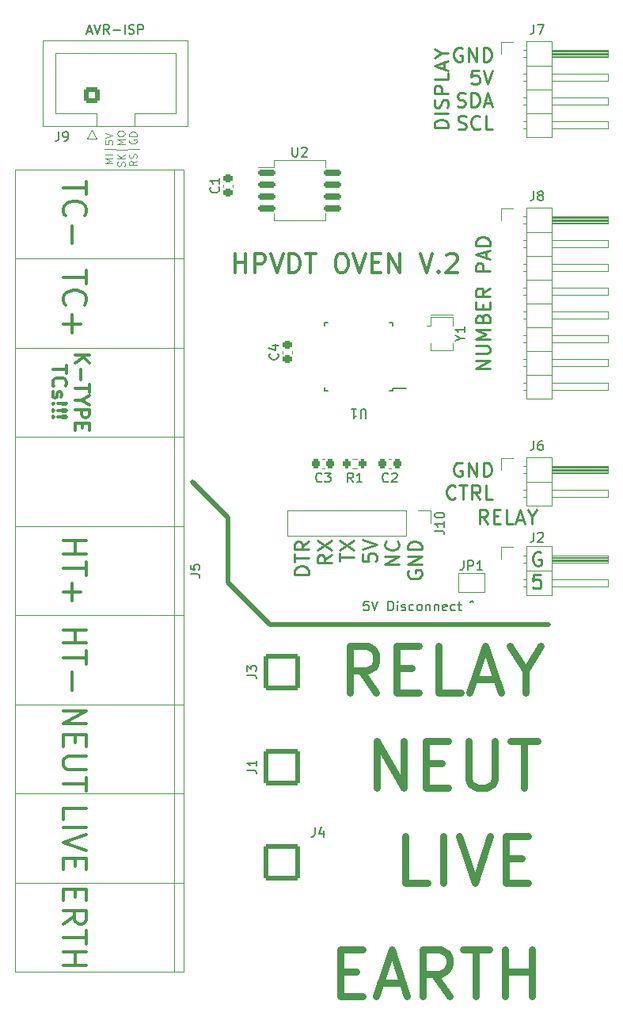
<source format=gto>
G04 #@! TF.GenerationSoftware,KiCad,Pcbnew,6.0.1-79c1e3a40b~116~ubuntu21.04.1*
G04 #@! TF.CreationDate,2022-03-16T12:10:19-04:00*
G04 #@! TF.ProjectId,oven_v2,6f76656e-5f76-4322-9e6b-696361645f70,2*
G04 #@! TF.SameCoordinates,Original*
G04 #@! TF.FileFunction,Legend,Top*
G04 #@! TF.FilePolarity,Positive*
%FSLAX46Y46*%
G04 Gerber Fmt 4.6, Leading zero omitted, Abs format (unit mm)*
G04 Created by KiCad (PCBNEW 6.0.1-79c1e3a40b~116~ubuntu21.04.1) date 2022-03-16 12:10:19*
%MOMM*%
%LPD*%
G01*
G04 APERTURE LIST*
G04 Aperture macros list*
%AMRoundRect*
0 Rectangle with rounded corners*
0 $1 Rounding radius*
0 $2 $3 $4 $5 $6 $7 $8 $9 X,Y pos of 4 corners*
0 Add a 4 corners polygon primitive as box body*
4,1,4,$2,$3,$4,$5,$6,$7,$8,$9,$2,$3,0*
0 Add four circle primitives for the rounded corners*
1,1,$1+$1,$2,$3*
1,1,$1+$1,$4,$5*
1,1,$1+$1,$6,$7*
1,1,$1+$1,$8,$9*
0 Add four rect primitives between the rounded corners*
20,1,$1+$1,$2,$3,$4,$5,0*
20,1,$1+$1,$4,$5,$6,$7,0*
20,1,$1+$1,$6,$7,$8,$9,0*
20,1,$1+$1,$8,$9,$2,$3,0*%
G04 Aperture macros list end*
%ADD10C,0.500000*%
%ADD11C,0.375000*%
%ADD12C,0.150000*%
%ADD13C,0.300000*%
%ADD14C,0.225000*%
%ADD15C,0.750000*%
%ADD16C,0.120000*%
%ADD17C,5.000000*%
%ADD18R,1.600000X0.550000*%
%ADD19R,0.550000X1.600000*%
%ADD20C,0.800000*%
%ADD21C,7.000000*%
%ADD22C,3.500000*%
%ADD23RoundRect,0.225000X-0.250000X0.225000X-0.250000X-0.225000X0.250000X-0.225000X0.250000X0.225000X0*%
%ADD24RoundRect,0.225000X0.225000X0.250000X-0.225000X0.250000X-0.225000X-0.250000X0.225000X-0.250000X0*%
%ADD25RoundRect,0.225000X-0.225000X-0.250000X0.225000X-0.250000X0.225000X0.250000X-0.225000X0.250000X0*%
%ADD26RoundRect,0.225000X0.250000X-0.225000X0.250000X0.225000X-0.250000X0.225000X-0.250000X-0.225000X0*%
%ADD27R,1.700000X1.700000*%
%ADD28O,1.700000X1.700000*%
%ADD29RoundRect,0.250002X1.699998X-1.699998X1.699998X1.699998X-1.699998X1.699998X-1.699998X-1.699998X0*%
%ADD30RoundRect,0.250002X-1.699998X-1.699998X1.699998X-1.699998X1.699998X1.699998X-1.699998X1.699998X0*%
%ADD31C,3.900000*%
%ADD32R,1.000000X1.500000*%
%ADD33RoundRect,0.200000X-0.200000X-0.275000X0.200000X-0.275000X0.200000X0.275000X-0.200000X0.275000X0*%
%ADD34RoundRect,0.150000X-0.800000X-0.150000X0.800000X-0.150000X0.800000X0.150000X-0.800000X0.150000X0*%
%ADD35R,1.900000X0.400000*%
%ADD36RoundRect,0.250000X0.600000X-0.600000X0.600000X0.600000X-0.600000X0.600000X-0.600000X-0.600000X0*%
%ADD37C,1.700000*%
G04 APERTURE END LIST*
D10*
X70485000Y-104775000D02*
X74295000Y-108585000D01*
X74295000Y-115570000D02*
X78740000Y-120015000D01*
X74295000Y-108585000D02*
X74295000Y-115570000D01*
X78740000Y-120015000D02*
X108585000Y-120015000D01*
D11*
X59154047Y-82213095D02*
X59154047Y-83641666D01*
X56654047Y-82927380D02*
X59154047Y-82927380D01*
X56892142Y-85903571D02*
X56773095Y-85784523D01*
X56654047Y-85427380D01*
X56654047Y-85189285D01*
X56773095Y-84832142D01*
X57011190Y-84594047D01*
X57249285Y-84475000D01*
X57725476Y-84355952D01*
X58082619Y-84355952D01*
X58558809Y-84475000D01*
X58796904Y-84594047D01*
X59035000Y-84832142D01*
X59154047Y-85189285D01*
X59154047Y-85427380D01*
X59035000Y-85784523D01*
X58915952Y-85903571D01*
X57606428Y-86975000D02*
X57606428Y-88879761D01*
X56654047Y-87927380D02*
X58558809Y-87927380D01*
D12*
X89305476Y-117562380D02*
X88829285Y-117562380D01*
X88781666Y-118038571D01*
X88829285Y-117990952D01*
X88924523Y-117943333D01*
X89162619Y-117943333D01*
X89257857Y-117990952D01*
X89305476Y-118038571D01*
X89353095Y-118133809D01*
X89353095Y-118371904D01*
X89305476Y-118467142D01*
X89257857Y-118514761D01*
X89162619Y-118562380D01*
X88924523Y-118562380D01*
X88829285Y-118514761D01*
X88781666Y-118467142D01*
X89638809Y-117562380D02*
X89972142Y-118562380D01*
X90305476Y-117562380D01*
X91400714Y-118562380D02*
X91400714Y-117562380D01*
X91638809Y-117562380D01*
X91781666Y-117610000D01*
X91876904Y-117705238D01*
X91924523Y-117800476D01*
X91972142Y-117990952D01*
X91972142Y-118133809D01*
X91924523Y-118324285D01*
X91876904Y-118419523D01*
X91781666Y-118514761D01*
X91638809Y-118562380D01*
X91400714Y-118562380D01*
X92400714Y-118562380D02*
X92400714Y-117895714D01*
X92400714Y-117562380D02*
X92353095Y-117610000D01*
X92400714Y-117657619D01*
X92448333Y-117610000D01*
X92400714Y-117562380D01*
X92400714Y-117657619D01*
X92829285Y-118514761D02*
X92924523Y-118562380D01*
X93115000Y-118562380D01*
X93210238Y-118514761D01*
X93257857Y-118419523D01*
X93257857Y-118371904D01*
X93210238Y-118276666D01*
X93115000Y-118229047D01*
X92972142Y-118229047D01*
X92876904Y-118181428D01*
X92829285Y-118086190D01*
X92829285Y-118038571D01*
X92876904Y-117943333D01*
X92972142Y-117895714D01*
X93115000Y-117895714D01*
X93210238Y-117943333D01*
X94115000Y-118514761D02*
X94019761Y-118562380D01*
X93829285Y-118562380D01*
X93734047Y-118514761D01*
X93686428Y-118467142D01*
X93638809Y-118371904D01*
X93638809Y-118086190D01*
X93686428Y-117990952D01*
X93734047Y-117943333D01*
X93829285Y-117895714D01*
X94019761Y-117895714D01*
X94115000Y-117943333D01*
X94686428Y-118562380D02*
X94591190Y-118514761D01*
X94543571Y-118467142D01*
X94495952Y-118371904D01*
X94495952Y-118086190D01*
X94543571Y-117990952D01*
X94591190Y-117943333D01*
X94686428Y-117895714D01*
X94829285Y-117895714D01*
X94924523Y-117943333D01*
X94972142Y-117990952D01*
X95019761Y-118086190D01*
X95019761Y-118371904D01*
X94972142Y-118467142D01*
X94924523Y-118514761D01*
X94829285Y-118562380D01*
X94686428Y-118562380D01*
X95448333Y-117895714D02*
X95448333Y-118562380D01*
X95448333Y-117990952D02*
X95495952Y-117943333D01*
X95591190Y-117895714D01*
X95734047Y-117895714D01*
X95829285Y-117943333D01*
X95876904Y-118038571D01*
X95876904Y-118562380D01*
X96353095Y-117895714D02*
X96353095Y-118562380D01*
X96353095Y-117990952D02*
X96400714Y-117943333D01*
X96495952Y-117895714D01*
X96638809Y-117895714D01*
X96734047Y-117943333D01*
X96781666Y-118038571D01*
X96781666Y-118562380D01*
X97638809Y-118514761D02*
X97543571Y-118562380D01*
X97353095Y-118562380D01*
X97257857Y-118514761D01*
X97210238Y-118419523D01*
X97210238Y-118038571D01*
X97257857Y-117943333D01*
X97353095Y-117895714D01*
X97543571Y-117895714D01*
X97638809Y-117943333D01*
X97686428Y-118038571D01*
X97686428Y-118133809D01*
X97210238Y-118229047D01*
X98543571Y-118514761D02*
X98448333Y-118562380D01*
X98257857Y-118562380D01*
X98162619Y-118514761D01*
X98115000Y-118467142D01*
X98067380Y-118371904D01*
X98067380Y-118086190D01*
X98115000Y-117990952D01*
X98162619Y-117943333D01*
X98257857Y-117895714D01*
X98448333Y-117895714D01*
X98543571Y-117943333D01*
X98829285Y-117895714D02*
X99210238Y-117895714D01*
X98972142Y-117562380D02*
X98972142Y-118419523D01*
X99019761Y-118514761D01*
X99115000Y-118562380D01*
X99210238Y-118562380D01*
X100162619Y-117657619D02*
X100353095Y-117514761D01*
X100543571Y-117657619D01*
D11*
X56654047Y-140851190D02*
X56654047Y-139660714D01*
X59154047Y-139660714D01*
X56654047Y-141684523D02*
X59154047Y-141684523D01*
X59154047Y-142517857D02*
X56654047Y-143351190D01*
X59154047Y-144184523D01*
X57963571Y-145017857D02*
X57963571Y-145851190D01*
X56654047Y-146208333D02*
X56654047Y-145017857D01*
X59154047Y-145017857D01*
X59154047Y-146208333D01*
X56654047Y-129242857D02*
X59154047Y-129242857D01*
X56654047Y-130671428D01*
X59154047Y-130671428D01*
X57963571Y-131861904D02*
X57963571Y-132695238D01*
X56654047Y-133052380D02*
X56654047Y-131861904D01*
X59154047Y-131861904D01*
X59154047Y-133052380D01*
X59154047Y-134123809D02*
X57130238Y-134123809D01*
X56892142Y-134242857D01*
X56773095Y-134361904D01*
X56654047Y-134600000D01*
X56654047Y-135076190D01*
X56773095Y-135314285D01*
X56892142Y-135433333D01*
X57130238Y-135552380D01*
X59154047Y-135552380D01*
X59154047Y-136385714D02*
X59154047Y-137814285D01*
X56654047Y-137100000D02*
X59154047Y-137100000D01*
X56654047Y-120610714D02*
X59154047Y-120610714D01*
X57963571Y-120610714D02*
X57963571Y-122039285D01*
X56654047Y-122039285D02*
X59154047Y-122039285D01*
X59154047Y-122872619D02*
X59154047Y-124301190D01*
X56654047Y-123586904D02*
X59154047Y-123586904D01*
X57606428Y-125134523D02*
X57606428Y-127039285D01*
D13*
X57932928Y-91285714D02*
X59432928Y-91285714D01*
X57932928Y-92142857D02*
X58790071Y-91500000D01*
X59432928Y-92142857D02*
X58575785Y-91285714D01*
X58504357Y-92785714D02*
X58504357Y-93928571D01*
X59432928Y-94428571D02*
X59432928Y-95285714D01*
X57932928Y-94857142D02*
X59432928Y-94857142D01*
X58647214Y-96071428D02*
X57932928Y-96071428D01*
X59432928Y-95571428D02*
X58647214Y-96071428D01*
X59432928Y-96571428D01*
X57932928Y-97071428D02*
X59432928Y-97071428D01*
X59432928Y-97642857D01*
X59361500Y-97785714D01*
X59290071Y-97857142D01*
X59147214Y-97928571D01*
X58932928Y-97928571D01*
X58790071Y-97857142D01*
X58718642Y-97785714D01*
X58647214Y-97642857D01*
X58647214Y-97071428D01*
X58718642Y-98571428D02*
X58718642Y-99071428D01*
X57932928Y-99285714D02*
X57932928Y-98571428D01*
X59432928Y-98571428D01*
X59432928Y-99285714D01*
X57017928Y-92392857D02*
X57017928Y-93250000D01*
X55517928Y-92821428D02*
X57017928Y-92821428D01*
X55660785Y-94607142D02*
X55589357Y-94535714D01*
X55517928Y-94321428D01*
X55517928Y-94178571D01*
X55589357Y-93964285D01*
X55732214Y-93821428D01*
X55875071Y-93750000D01*
X56160785Y-93678571D01*
X56375071Y-93678571D01*
X56660785Y-93750000D01*
X56803642Y-93821428D01*
X56946500Y-93964285D01*
X57017928Y-94178571D01*
X57017928Y-94321428D01*
X56946500Y-94535714D01*
X56875071Y-94607142D01*
X55589357Y-95178571D02*
X55517928Y-95321428D01*
X55517928Y-95607142D01*
X55589357Y-95750000D01*
X55732214Y-95821428D01*
X55803642Y-95821428D01*
X55946500Y-95750000D01*
X56017928Y-95607142D01*
X56017928Y-95392857D01*
X56089357Y-95250000D01*
X56232214Y-95178571D01*
X56303642Y-95178571D01*
X56446500Y-95250000D01*
X56517928Y-95392857D01*
X56517928Y-95607142D01*
X56446500Y-95750000D01*
X55660785Y-96464285D02*
X55589357Y-96535714D01*
X55517928Y-96464285D01*
X55589357Y-96392857D01*
X55660785Y-96464285D01*
X55517928Y-96464285D01*
X56089357Y-96464285D02*
X56946500Y-96392857D01*
X57017928Y-96464285D01*
X56946500Y-96535714D01*
X56089357Y-96464285D01*
X57017928Y-96464285D01*
X55660785Y-97178571D02*
X55589357Y-97250000D01*
X55517928Y-97178571D01*
X55589357Y-97107142D01*
X55660785Y-97178571D01*
X55517928Y-97178571D01*
X56089357Y-97178571D02*
X56946500Y-97107142D01*
X57017928Y-97178571D01*
X56946500Y-97250000D01*
X56089357Y-97178571D01*
X57017928Y-97178571D01*
X55660785Y-97892857D02*
X55589357Y-97964285D01*
X55517928Y-97892857D01*
X55589357Y-97821428D01*
X55660785Y-97892857D01*
X55517928Y-97892857D01*
X56089357Y-97892857D02*
X56946500Y-97821428D01*
X57017928Y-97892857D01*
X56946500Y-97964285D01*
X56089357Y-97892857D01*
X57017928Y-97892857D01*
D14*
X97833571Y-66972142D02*
X96333571Y-66972142D01*
X96333571Y-66615000D01*
X96405000Y-66400714D01*
X96547857Y-66257857D01*
X96690714Y-66186428D01*
X96976428Y-66115000D01*
X97190714Y-66115000D01*
X97476428Y-66186428D01*
X97619285Y-66257857D01*
X97762142Y-66400714D01*
X97833571Y-66615000D01*
X97833571Y-66972142D01*
X97833571Y-65472142D02*
X96333571Y-65472142D01*
X97762142Y-64829285D02*
X97833571Y-64615000D01*
X97833571Y-64257857D01*
X97762142Y-64115000D01*
X97690714Y-64043571D01*
X97547857Y-63972142D01*
X97405000Y-63972142D01*
X97262142Y-64043571D01*
X97190714Y-64115000D01*
X97119285Y-64257857D01*
X97047857Y-64543571D01*
X96976428Y-64686428D01*
X96905000Y-64757857D01*
X96762142Y-64829285D01*
X96619285Y-64829285D01*
X96476428Y-64757857D01*
X96405000Y-64686428D01*
X96333571Y-64543571D01*
X96333571Y-64186428D01*
X96405000Y-63972142D01*
X97833571Y-63329285D02*
X96333571Y-63329285D01*
X96333571Y-62757857D01*
X96405000Y-62615000D01*
X96476428Y-62543571D01*
X96619285Y-62472142D01*
X96833571Y-62472142D01*
X96976428Y-62543571D01*
X97047857Y-62615000D01*
X97119285Y-62757857D01*
X97119285Y-63329285D01*
X97833571Y-61115000D02*
X97833571Y-61829285D01*
X96333571Y-61829285D01*
X97405000Y-60686428D02*
X97405000Y-59972142D01*
X97833571Y-60829285D02*
X96333571Y-60329285D01*
X97833571Y-59829285D01*
X97119285Y-59043571D02*
X97833571Y-59043571D01*
X96333571Y-59543571D02*
X97119285Y-59043571D01*
X96333571Y-58543571D01*
D15*
X90210714Y-137516904D02*
X90210714Y-132516904D01*
X93067857Y-137516904D01*
X93067857Y-132516904D01*
X95448809Y-134897857D02*
X97115476Y-134897857D01*
X97829761Y-137516904D02*
X95448809Y-137516904D01*
X95448809Y-132516904D01*
X97829761Y-132516904D01*
X99972619Y-132516904D02*
X99972619Y-136564523D01*
X100210714Y-137040714D01*
X100448809Y-137278809D01*
X100925000Y-137516904D01*
X101877380Y-137516904D01*
X102353571Y-137278809D01*
X102591666Y-137040714D01*
X102829761Y-136564523D01*
X102829761Y-132516904D01*
X104496428Y-132516904D02*
X107353571Y-132516904D01*
X105925000Y-137516904D02*
X105925000Y-132516904D01*
X86281904Y-157122857D02*
X87948571Y-157122857D01*
X88662857Y-159741904D02*
X86281904Y-159741904D01*
X86281904Y-154741904D01*
X88662857Y-154741904D01*
X90567619Y-158313333D02*
X92948571Y-158313333D01*
X90091428Y-159741904D02*
X91758095Y-154741904D01*
X93424761Y-159741904D01*
X97948571Y-159741904D02*
X96281904Y-157360952D01*
X95091428Y-159741904D02*
X95091428Y-154741904D01*
X96996190Y-154741904D01*
X97472380Y-154980000D01*
X97710476Y-155218095D01*
X97948571Y-155694285D01*
X97948571Y-156408571D01*
X97710476Y-156884761D01*
X97472380Y-157122857D01*
X96996190Y-157360952D01*
X95091428Y-157360952D01*
X99377142Y-154741904D02*
X102234285Y-154741904D01*
X100805714Y-159741904D02*
X100805714Y-154741904D01*
X103900952Y-159741904D02*
X103900952Y-154741904D01*
X103900952Y-157122857D02*
X106758095Y-157122857D01*
X106758095Y-159741904D02*
X106758095Y-154741904D01*
D14*
X82906071Y-114675964D02*
X81406071Y-114675964D01*
X81406071Y-114318821D01*
X81477500Y-114104535D01*
X81620357Y-113961678D01*
X81763214Y-113890250D01*
X82048928Y-113818821D01*
X82263214Y-113818821D01*
X82548928Y-113890250D01*
X82691785Y-113961678D01*
X82834642Y-114104535D01*
X82906071Y-114318821D01*
X82906071Y-114675964D01*
X81406071Y-113390250D02*
X81406071Y-112533107D01*
X82906071Y-112961678D02*
X81406071Y-112961678D01*
X82906071Y-111175964D02*
X82191785Y-111675964D01*
X82906071Y-112033107D02*
X81406071Y-112033107D01*
X81406071Y-111461678D01*
X81477500Y-111318821D01*
X81548928Y-111247392D01*
X81691785Y-111175964D01*
X81906071Y-111175964D01*
X82048928Y-111247392D01*
X82120357Y-111318821D01*
X82191785Y-111461678D01*
X82191785Y-112033107D01*
X85321071Y-112604535D02*
X84606785Y-113104535D01*
X85321071Y-113461678D02*
X83821071Y-113461678D01*
X83821071Y-112890250D01*
X83892500Y-112747392D01*
X83963928Y-112675964D01*
X84106785Y-112604535D01*
X84321071Y-112604535D01*
X84463928Y-112675964D01*
X84535357Y-112747392D01*
X84606785Y-112890250D01*
X84606785Y-113461678D01*
X83821071Y-112104535D02*
X85321071Y-111104535D01*
X83821071Y-111104535D02*
X85321071Y-112104535D01*
X86236071Y-113318821D02*
X86236071Y-112461678D01*
X87736071Y-112890250D02*
X86236071Y-112890250D01*
X86236071Y-112104535D02*
X87736071Y-111104535D01*
X86236071Y-111104535D02*
X87736071Y-112104535D01*
X88651071Y-112533107D02*
X88651071Y-113247392D01*
X89365357Y-113318821D01*
X89293928Y-113247392D01*
X89222500Y-113104535D01*
X89222500Y-112747392D01*
X89293928Y-112604535D01*
X89365357Y-112533107D01*
X89508214Y-112461678D01*
X89865357Y-112461678D01*
X90008214Y-112533107D01*
X90079642Y-112604535D01*
X90151071Y-112747392D01*
X90151071Y-113104535D01*
X90079642Y-113247392D01*
X90008214Y-113318821D01*
X88651071Y-112033107D02*
X90151071Y-111533107D01*
X88651071Y-111033107D01*
X92566071Y-113604535D02*
X91066071Y-113604535D01*
X92566071Y-112747392D01*
X91066071Y-112747392D01*
X92423214Y-111175964D02*
X92494642Y-111247392D01*
X92566071Y-111461678D01*
X92566071Y-111604535D01*
X92494642Y-111818821D01*
X92351785Y-111961678D01*
X92208928Y-112033107D01*
X91923214Y-112104535D01*
X91708928Y-112104535D01*
X91423214Y-112033107D01*
X91280357Y-111961678D01*
X91137500Y-111818821D01*
X91066071Y-111604535D01*
X91066071Y-111461678D01*
X91137500Y-111247392D01*
X91208928Y-111175964D01*
X93552500Y-114318821D02*
X93481071Y-114461678D01*
X93481071Y-114675964D01*
X93552500Y-114890250D01*
X93695357Y-115033107D01*
X93838214Y-115104535D01*
X94123928Y-115175964D01*
X94338214Y-115175964D01*
X94623928Y-115104535D01*
X94766785Y-115033107D01*
X94909642Y-114890250D01*
X94981071Y-114675964D01*
X94981071Y-114533107D01*
X94909642Y-114318821D01*
X94838214Y-114247392D01*
X94338214Y-114247392D01*
X94338214Y-114533107D01*
X94981071Y-113604535D02*
X93481071Y-113604535D01*
X94981071Y-112747392D01*
X93481071Y-112747392D01*
X94981071Y-112033107D02*
X93481071Y-112033107D01*
X93481071Y-111675964D01*
X93552500Y-111461678D01*
X93695357Y-111318821D01*
X93838214Y-111247392D01*
X94123928Y-111175964D01*
X94338214Y-111175964D01*
X94623928Y-111247392D01*
X94766785Y-111318821D01*
X94909642Y-111461678D01*
X94981071Y-111675964D01*
X94981071Y-112033107D01*
X99295178Y-102817500D02*
X99152321Y-102746071D01*
X98938035Y-102746071D01*
X98723750Y-102817500D01*
X98580892Y-102960357D01*
X98509464Y-103103214D01*
X98438035Y-103388928D01*
X98438035Y-103603214D01*
X98509464Y-103888928D01*
X98580892Y-104031785D01*
X98723750Y-104174642D01*
X98938035Y-104246071D01*
X99080892Y-104246071D01*
X99295178Y-104174642D01*
X99366607Y-104103214D01*
X99366607Y-103603214D01*
X99080892Y-103603214D01*
X100009464Y-104246071D02*
X100009464Y-102746071D01*
X100866607Y-104246071D01*
X100866607Y-102746071D01*
X101580892Y-104246071D02*
X101580892Y-102746071D01*
X101938035Y-102746071D01*
X102152321Y-102817500D01*
X102295178Y-102960357D01*
X102366607Y-103103214D01*
X102438035Y-103388928D01*
X102438035Y-103603214D01*
X102366607Y-103888928D01*
X102295178Y-104031785D01*
X102152321Y-104174642D01*
X101938035Y-104246071D01*
X101580892Y-104246071D01*
X98580892Y-106518214D02*
X98509464Y-106589642D01*
X98295178Y-106661071D01*
X98152321Y-106661071D01*
X97938035Y-106589642D01*
X97795178Y-106446785D01*
X97723750Y-106303928D01*
X97652321Y-106018214D01*
X97652321Y-105803928D01*
X97723750Y-105518214D01*
X97795178Y-105375357D01*
X97938035Y-105232500D01*
X98152321Y-105161071D01*
X98295178Y-105161071D01*
X98509464Y-105232500D01*
X98580892Y-105303928D01*
X99009464Y-105161071D02*
X99866607Y-105161071D01*
X99438035Y-106661071D02*
X99438035Y-105161071D01*
X101223750Y-106661071D02*
X100723750Y-105946785D01*
X100366607Y-106661071D02*
X100366607Y-105161071D01*
X100938035Y-105161071D01*
X101080892Y-105232500D01*
X101152321Y-105303928D01*
X101223750Y-105446785D01*
X101223750Y-105661071D01*
X101152321Y-105803928D01*
X101080892Y-105875357D01*
X100938035Y-105946785D01*
X100366607Y-105946785D01*
X102580892Y-106661071D02*
X101866607Y-106661071D01*
X101866607Y-105161071D01*
D11*
X59154047Y-72688095D02*
X59154047Y-74116666D01*
X56654047Y-73402380D02*
X59154047Y-73402380D01*
X56892142Y-76378571D02*
X56773095Y-76259523D01*
X56654047Y-75902380D01*
X56654047Y-75664285D01*
X56773095Y-75307142D01*
X57011190Y-75069047D01*
X57249285Y-74950000D01*
X57725476Y-74830952D01*
X58082619Y-74830952D01*
X58558809Y-74950000D01*
X58796904Y-75069047D01*
X59035000Y-75307142D01*
X59154047Y-75664285D01*
X59154047Y-75902380D01*
X59035000Y-76259523D01*
X58915952Y-76378571D01*
X57606428Y-77450000D02*
X57606428Y-79354761D01*
D14*
X102032857Y-109263571D02*
X101532857Y-108549285D01*
X101175714Y-109263571D02*
X101175714Y-107763571D01*
X101747142Y-107763571D01*
X101890000Y-107835000D01*
X101961428Y-107906428D01*
X102032857Y-108049285D01*
X102032857Y-108263571D01*
X101961428Y-108406428D01*
X101890000Y-108477857D01*
X101747142Y-108549285D01*
X101175714Y-108549285D01*
X102675714Y-108477857D02*
X103175714Y-108477857D01*
X103390000Y-109263571D02*
X102675714Y-109263571D01*
X102675714Y-107763571D01*
X103390000Y-107763571D01*
X104747142Y-109263571D02*
X104032857Y-109263571D01*
X104032857Y-107763571D01*
X105175714Y-108835000D02*
X105890000Y-108835000D01*
X105032857Y-109263571D02*
X105532857Y-107763571D01*
X106032857Y-109263571D01*
X106818571Y-108549285D02*
X106818571Y-109263571D01*
X106318571Y-107763571D02*
X106818571Y-108549285D01*
X107318571Y-107763571D01*
D11*
X56654047Y-111085714D02*
X59154047Y-111085714D01*
X57963571Y-111085714D02*
X57963571Y-112514285D01*
X56654047Y-112514285D02*
X59154047Y-112514285D01*
X59154047Y-113347619D02*
X59154047Y-114776190D01*
X56654047Y-114061904D02*
X59154047Y-114061904D01*
X57606428Y-115609523D02*
X57606428Y-117514285D01*
X56654047Y-116561904D02*
X58558809Y-116561904D01*
X57963571Y-148352380D02*
X57963571Y-149185714D01*
X56654047Y-149542857D02*
X56654047Y-148352380D01*
X59154047Y-148352380D01*
X59154047Y-149542857D01*
X56654047Y-152042857D02*
X57844523Y-151209523D01*
X56654047Y-150614285D02*
X59154047Y-150614285D01*
X59154047Y-151566666D01*
X59035000Y-151804761D01*
X58915952Y-151923809D01*
X58677857Y-152042857D01*
X58320714Y-152042857D01*
X58082619Y-151923809D01*
X57963571Y-151804761D01*
X57844523Y-151566666D01*
X57844523Y-150614285D01*
X59154047Y-152757142D02*
X59154047Y-154185714D01*
X56654047Y-153471428D02*
X59154047Y-153471428D01*
X56654047Y-155019047D02*
X59154047Y-155019047D01*
X57963571Y-155019047D02*
X57963571Y-156447619D01*
X56654047Y-156447619D02*
X59154047Y-156447619D01*
D14*
X107707857Y-112342500D02*
X107565000Y-112271071D01*
X107350714Y-112271071D01*
X107136428Y-112342500D01*
X106993571Y-112485357D01*
X106922142Y-112628214D01*
X106850714Y-112913928D01*
X106850714Y-113128214D01*
X106922142Y-113413928D01*
X106993571Y-113556785D01*
X107136428Y-113699642D01*
X107350714Y-113771071D01*
X107493571Y-113771071D01*
X107707857Y-113699642D01*
X107779285Y-113628214D01*
X107779285Y-113128214D01*
X107493571Y-113128214D01*
X107672142Y-114686071D02*
X106957857Y-114686071D01*
X106886428Y-115400357D01*
X106957857Y-115328928D01*
X107100714Y-115257500D01*
X107457857Y-115257500D01*
X107600714Y-115328928D01*
X107672142Y-115400357D01*
X107743571Y-115543214D01*
X107743571Y-115900357D01*
X107672142Y-116043214D01*
X107600714Y-116114642D01*
X107457857Y-116186071D01*
X107100714Y-116186071D01*
X106957857Y-116114642D01*
X106886428Y-116043214D01*
D15*
X90131190Y-127356904D02*
X88464523Y-124975952D01*
X87274047Y-127356904D02*
X87274047Y-122356904D01*
X89178809Y-122356904D01*
X89655000Y-122595000D01*
X89893095Y-122833095D01*
X90131190Y-123309285D01*
X90131190Y-124023571D01*
X89893095Y-124499761D01*
X89655000Y-124737857D01*
X89178809Y-124975952D01*
X87274047Y-124975952D01*
X92274047Y-124737857D02*
X93940714Y-124737857D01*
X94655000Y-127356904D02*
X92274047Y-127356904D01*
X92274047Y-122356904D01*
X94655000Y-122356904D01*
X99178809Y-127356904D02*
X96797857Y-127356904D01*
X96797857Y-122356904D01*
X100607380Y-125928333D02*
X102988333Y-125928333D01*
X100131190Y-127356904D02*
X101797857Y-122356904D01*
X103464523Y-127356904D01*
X106083571Y-124975952D02*
X106083571Y-127356904D01*
X104416904Y-122356904D02*
X106083571Y-124975952D01*
X107750238Y-122356904D01*
D16*
X61938904Y-70776904D02*
X61138904Y-70776904D01*
X61710333Y-70510238D01*
X61138904Y-70243571D01*
X61938904Y-70243571D01*
X61938904Y-69862619D02*
X61138904Y-69862619D01*
X62205571Y-69291190D02*
X61062714Y-69291190D01*
X61138904Y-68338809D02*
X61138904Y-68719761D01*
X61519857Y-68757857D01*
X61481761Y-68719761D01*
X61443666Y-68643571D01*
X61443666Y-68453095D01*
X61481761Y-68376904D01*
X61519857Y-68338809D01*
X61596047Y-68300714D01*
X61786523Y-68300714D01*
X61862714Y-68338809D01*
X61900809Y-68376904D01*
X61938904Y-68453095D01*
X61938904Y-68643571D01*
X61900809Y-68719761D01*
X61862714Y-68757857D01*
X61138904Y-68072142D02*
X61938904Y-67805476D01*
X61138904Y-67538809D01*
X63188809Y-71100714D02*
X63226904Y-70986428D01*
X63226904Y-70795952D01*
X63188809Y-70719761D01*
X63150714Y-70681666D01*
X63074523Y-70643571D01*
X62998333Y-70643571D01*
X62922142Y-70681666D01*
X62884047Y-70719761D01*
X62845952Y-70795952D01*
X62807857Y-70948333D01*
X62769761Y-71024523D01*
X62731666Y-71062619D01*
X62655476Y-71100714D01*
X62579285Y-71100714D01*
X62503095Y-71062619D01*
X62465000Y-71024523D01*
X62426904Y-70948333D01*
X62426904Y-70757857D01*
X62465000Y-70643571D01*
X63226904Y-70300714D02*
X62426904Y-70300714D01*
X63226904Y-69843571D02*
X62769761Y-70186428D01*
X62426904Y-69843571D02*
X62884047Y-70300714D01*
X63493571Y-69310238D02*
X62350714Y-69310238D01*
X63226904Y-68738809D02*
X62426904Y-68738809D01*
X62998333Y-68472142D01*
X62426904Y-68205476D01*
X63226904Y-68205476D01*
X62426904Y-67672142D02*
X62426904Y-67519761D01*
X62465000Y-67443571D01*
X62541190Y-67367380D01*
X62693571Y-67329285D01*
X62960238Y-67329285D01*
X63112619Y-67367380D01*
X63188809Y-67443571D01*
X63226904Y-67519761D01*
X63226904Y-67672142D01*
X63188809Y-67748333D01*
X63112619Y-67824523D01*
X62960238Y-67862619D01*
X62693571Y-67862619D01*
X62541190Y-67824523D01*
X62465000Y-67748333D01*
X62426904Y-67672142D01*
X64514904Y-70529285D02*
X64133952Y-70795952D01*
X64514904Y-70986428D02*
X63714904Y-70986428D01*
X63714904Y-70681666D01*
X63753000Y-70605476D01*
X63791095Y-70567380D01*
X63867285Y-70529285D01*
X63981571Y-70529285D01*
X64057761Y-70567380D01*
X64095857Y-70605476D01*
X64133952Y-70681666D01*
X64133952Y-70986428D01*
X64476809Y-70224523D02*
X64514904Y-70110238D01*
X64514904Y-69919761D01*
X64476809Y-69843571D01*
X64438714Y-69805476D01*
X64362523Y-69767380D01*
X64286333Y-69767380D01*
X64210142Y-69805476D01*
X64172047Y-69843571D01*
X64133952Y-69919761D01*
X64095857Y-70072142D01*
X64057761Y-70148333D01*
X64019666Y-70186428D01*
X63943476Y-70224523D01*
X63867285Y-70224523D01*
X63791095Y-70186428D01*
X63753000Y-70148333D01*
X63714904Y-70072142D01*
X63714904Y-69881666D01*
X63753000Y-69767380D01*
X64781571Y-69234047D02*
X63638714Y-69234047D01*
X63753000Y-68243571D02*
X63714904Y-68319761D01*
X63714904Y-68434047D01*
X63753000Y-68548333D01*
X63829190Y-68624523D01*
X63905380Y-68662619D01*
X64057761Y-68700714D01*
X64172047Y-68700714D01*
X64324428Y-68662619D01*
X64400619Y-68624523D01*
X64476809Y-68548333D01*
X64514904Y-68434047D01*
X64514904Y-68357857D01*
X64476809Y-68243571D01*
X64438714Y-68205476D01*
X64172047Y-68205476D01*
X64172047Y-68357857D01*
X64514904Y-67862619D02*
X63714904Y-67862619D01*
X63714904Y-67672142D01*
X63753000Y-67557857D01*
X63829190Y-67481666D01*
X63905380Y-67443571D01*
X64057761Y-67405476D01*
X64172047Y-67405476D01*
X64324428Y-67443571D01*
X64400619Y-67481666D01*
X64476809Y-67557857D01*
X64514904Y-67672142D01*
X64514904Y-67862619D01*
D12*
X59230000Y-56681666D02*
X59706190Y-56681666D01*
X59134761Y-56967380D02*
X59468095Y-55967380D01*
X59801428Y-56967380D01*
X59991904Y-55967380D02*
X60325238Y-56967380D01*
X60658571Y-55967380D01*
X61563333Y-56967380D02*
X61230000Y-56491190D01*
X60991904Y-56967380D02*
X60991904Y-55967380D01*
X61372857Y-55967380D01*
X61468095Y-56015000D01*
X61515714Y-56062619D01*
X61563333Y-56157857D01*
X61563333Y-56300714D01*
X61515714Y-56395952D01*
X61468095Y-56443571D01*
X61372857Y-56491190D01*
X60991904Y-56491190D01*
X61991904Y-56586428D02*
X62753809Y-56586428D01*
X63230000Y-56967380D02*
X63230000Y-55967380D01*
X63658571Y-56919761D02*
X63801428Y-56967380D01*
X64039523Y-56967380D01*
X64134761Y-56919761D01*
X64182380Y-56872142D01*
X64230000Y-56776904D01*
X64230000Y-56681666D01*
X64182380Y-56586428D01*
X64134761Y-56538809D01*
X64039523Y-56491190D01*
X63849047Y-56443571D01*
X63753809Y-56395952D01*
X63706190Y-56348333D01*
X63658571Y-56253095D01*
X63658571Y-56157857D01*
X63706190Y-56062619D01*
X63753809Y-56015000D01*
X63849047Y-55967380D01*
X64087142Y-55967380D01*
X64230000Y-56015000D01*
X64658571Y-56967380D02*
X64658571Y-55967380D01*
X65039523Y-55967380D01*
X65134761Y-56015000D01*
X65182380Y-56062619D01*
X65230000Y-56157857D01*
X65230000Y-56300714D01*
X65182380Y-56395952D01*
X65134761Y-56443571D01*
X65039523Y-56491190D01*
X64658571Y-56491190D01*
D14*
X99295178Y-58492500D02*
X99152321Y-58421071D01*
X98938035Y-58421071D01*
X98723750Y-58492500D01*
X98580892Y-58635357D01*
X98509464Y-58778214D01*
X98438035Y-59063928D01*
X98438035Y-59278214D01*
X98509464Y-59563928D01*
X98580892Y-59706785D01*
X98723750Y-59849642D01*
X98938035Y-59921071D01*
X99080892Y-59921071D01*
X99295178Y-59849642D01*
X99366607Y-59778214D01*
X99366607Y-59278214D01*
X99080892Y-59278214D01*
X100009464Y-59921071D02*
X100009464Y-58421071D01*
X100866607Y-59921071D01*
X100866607Y-58421071D01*
X101580892Y-59921071D02*
X101580892Y-58421071D01*
X101938035Y-58421071D01*
X102152321Y-58492500D01*
X102295178Y-58635357D01*
X102366607Y-58778214D01*
X102438035Y-59063928D01*
X102438035Y-59278214D01*
X102366607Y-59563928D01*
X102295178Y-59706785D01*
X102152321Y-59849642D01*
X101938035Y-59921071D01*
X101580892Y-59921071D01*
X101080892Y-60836071D02*
X100366607Y-60836071D01*
X100295178Y-61550357D01*
X100366607Y-61478928D01*
X100509464Y-61407500D01*
X100866607Y-61407500D01*
X101009464Y-61478928D01*
X101080892Y-61550357D01*
X101152321Y-61693214D01*
X101152321Y-62050357D01*
X101080892Y-62193214D01*
X101009464Y-62264642D01*
X100866607Y-62336071D01*
X100509464Y-62336071D01*
X100366607Y-62264642D01*
X100295178Y-62193214D01*
X101580892Y-60836071D02*
X102080892Y-62336071D01*
X102580892Y-60836071D01*
X98795178Y-64679642D02*
X99009464Y-64751071D01*
X99366607Y-64751071D01*
X99509464Y-64679642D01*
X99580892Y-64608214D01*
X99652321Y-64465357D01*
X99652321Y-64322500D01*
X99580892Y-64179642D01*
X99509464Y-64108214D01*
X99366607Y-64036785D01*
X99080892Y-63965357D01*
X98938035Y-63893928D01*
X98866607Y-63822500D01*
X98795178Y-63679642D01*
X98795178Y-63536785D01*
X98866607Y-63393928D01*
X98938035Y-63322500D01*
X99080892Y-63251071D01*
X99438035Y-63251071D01*
X99652321Y-63322500D01*
X100295178Y-64751071D02*
X100295178Y-63251071D01*
X100652321Y-63251071D01*
X100866607Y-63322500D01*
X101009464Y-63465357D01*
X101080892Y-63608214D01*
X101152321Y-63893928D01*
X101152321Y-64108214D01*
X101080892Y-64393928D01*
X101009464Y-64536785D01*
X100866607Y-64679642D01*
X100652321Y-64751071D01*
X100295178Y-64751071D01*
X101723750Y-64322500D02*
X102438035Y-64322500D01*
X101580892Y-64751071D02*
X102080892Y-63251071D01*
X102580892Y-64751071D01*
X98866607Y-67094642D02*
X99080892Y-67166071D01*
X99438035Y-67166071D01*
X99580892Y-67094642D01*
X99652321Y-67023214D01*
X99723750Y-66880357D01*
X99723750Y-66737500D01*
X99652321Y-66594642D01*
X99580892Y-66523214D01*
X99438035Y-66451785D01*
X99152321Y-66380357D01*
X99009464Y-66308928D01*
X98938035Y-66237500D01*
X98866607Y-66094642D01*
X98866607Y-65951785D01*
X98938035Y-65808928D01*
X99009464Y-65737500D01*
X99152321Y-65666071D01*
X99509464Y-65666071D01*
X99723750Y-65737500D01*
X101223750Y-67023214D02*
X101152321Y-67094642D01*
X100938035Y-67166071D01*
X100795178Y-67166071D01*
X100580892Y-67094642D01*
X100438035Y-66951785D01*
X100366607Y-66808928D01*
X100295178Y-66523214D01*
X100295178Y-66308928D01*
X100366607Y-66023214D01*
X100438035Y-65880357D01*
X100580892Y-65737500D01*
X100795178Y-65666071D01*
X100938035Y-65666071D01*
X101152321Y-65737500D01*
X101223750Y-65808928D01*
X102580892Y-67166071D02*
X101866607Y-67166071D01*
X101866607Y-65666071D01*
D13*
X75010857Y-82438761D02*
X75010857Y-80438761D01*
X75010857Y-81391142D02*
X76153714Y-81391142D01*
X76153714Y-82438761D02*
X76153714Y-80438761D01*
X77106095Y-82438761D02*
X77106095Y-80438761D01*
X77868000Y-80438761D01*
X78058476Y-80534000D01*
X78153714Y-80629238D01*
X78248952Y-80819714D01*
X78248952Y-81105428D01*
X78153714Y-81295904D01*
X78058476Y-81391142D01*
X77868000Y-81486380D01*
X77106095Y-81486380D01*
X78820380Y-80438761D02*
X79487047Y-82438761D01*
X80153714Y-80438761D01*
X80820380Y-82438761D02*
X80820380Y-80438761D01*
X81296571Y-80438761D01*
X81582285Y-80534000D01*
X81772761Y-80724476D01*
X81868000Y-80914952D01*
X81963238Y-81295904D01*
X81963238Y-81581619D01*
X81868000Y-81962571D01*
X81772761Y-82153047D01*
X81582285Y-82343523D01*
X81296571Y-82438761D01*
X80820380Y-82438761D01*
X82534666Y-80438761D02*
X83677523Y-80438761D01*
X83106095Y-82438761D02*
X83106095Y-80438761D01*
X86248952Y-80438761D02*
X86629904Y-80438761D01*
X86820380Y-80534000D01*
X87010857Y-80724476D01*
X87106095Y-81105428D01*
X87106095Y-81772095D01*
X87010857Y-82153047D01*
X86820380Y-82343523D01*
X86629904Y-82438761D01*
X86248952Y-82438761D01*
X86058476Y-82343523D01*
X85868000Y-82153047D01*
X85772761Y-81772095D01*
X85772761Y-81105428D01*
X85868000Y-80724476D01*
X86058476Y-80534000D01*
X86248952Y-80438761D01*
X87677523Y-80438761D02*
X88344190Y-82438761D01*
X89010857Y-80438761D01*
X89677523Y-81391142D02*
X90344190Y-81391142D01*
X90629904Y-82438761D02*
X89677523Y-82438761D01*
X89677523Y-80438761D01*
X90629904Y-80438761D01*
X91487047Y-82438761D02*
X91487047Y-80438761D01*
X92629904Y-82438761D01*
X92629904Y-80438761D01*
X94820380Y-80438761D02*
X95487047Y-82438761D01*
X96153714Y-80438761D01*
X96820380Y-82248285D02*
X96915619Y-82343523D01*
X96820380Y-82438761D01*
X96725142Y-82343523D01*
X96820380Y-82248285D01*
X96820380Y-82438761D01*
X97677523Y-80629238D02*
X97772761Y-80534000D01*
X97963238Y-80438761D01*
X98439428Y-80438761D01*
X98629904Y-80534000D01*
X98725142Y-80629238D01*
X98820380Y-80819714D01*
X98820380Y-81010190D01*
X98725142Y-81295904D01*
X97582285Y-82438761D01*
X98820380Y-82438761D01*
D15*
X95647380Y-147676904D02*
X93266428Y-147676904D01*
X93266428Y-142676904D01*
X97314047Y-147676904D02*
X97314047Y-142676904D01*
X98980714Y-142676904D02*
X100647380Y-147676904D01*
X102314047Y-142676904D01*
X103980714Y-145057857D02*
X105647380Y-145057857D01*
X106361666Y-147676904D02*
X103980714Y-147676904D01*
X103980714Y-142676904D01*
X106361666Y-142676904D01*
D14*
X102278571Y-92689285D02*
X100778571Y-92689285D01*
X102278571Y-91832142D01*
X100778571Y-91832142D01*
X100778571Y-91117857D02*
X101992857Y-91117857D01*
X102135714Y-91046428D01*
X102207142Y-90975000D01*
X102278571Y-90832142D01*
X102278571Y-90546428D01*
X102207142Y-90403571D01*
X102135714Y-90332142D01*
X101992857Y-90260714D01*
X100778571Y-90260714D01*
X102278571Y-89546428D02*
X100778571Y-89546428D01*
X101850000Y-89046428D01*
X100778571Y-88546428D01*
X102278571Y-88546428D01*
X101492857Y-87332142D02*
X101564285Y-87117857D01*
X101635714Y-87046428D01*
X101778571Y-86975000D01*
X101992857Y-86975000D01*
X102135714Y-87046428D01*
X102207142Y-87117857D01*
X102278571Y-87260714D01*
X102278571Y-87832142D01*
X100778571Y-87832142D01*
X100778571Y-87332142D01*
X100850000Y-87189285D01*
X100921428Y-87117857D01*
X101064285Y-87046428D01*
X101207142Y-87046428D01*
X101350000Y-87117857D01*
X101421428Y-87189285D01*
X101492857Y-87332142D01*
X101492857Y-87832142D01*
X101492857Y-86332142D02*
X101492857Y-85832142D01*
X102278571Y-85617857D02*
X102278571Y-86332142D01*
X100778571Y-86332142D01*
X100778571Y-85617857D01*
X102278571Y-84117857D02*
X101564285Y-84617857D01*
X102278571Y-84975000D02*
X100778571Y-84975000D01*
X100778571Y-84403571D01*
X100850000Y-84260714D01*
X100921428Y-84189285D01*
X101064285Y-84117857D01*
X101278571Y-84117857D01*
X101421428Y-84189285D01*
X101492857Y-84260714D01*
X101564285Y-84403571D01*
X101564285Y-84975000D01*
X102278571Y-82332142D02*
X100778571Y-82332142D01*
X100778571Y-81760714D01*
X100850000Y-81617857D01*
X100921428Y-81546428D01*
X101064285Y-81475000D01*
X101278571Y-81475000D01*
X101421428Y-81546428D01*
X101492857Y-81617857D01*
X101564285Y-81760714D01*
X101564285Y-82332142D01*
X101850000Y-80903571D02*
X101850000Y-80189285D01*
X102278571Y-81046428D02*
X100778571Y-80546428D01*
X102278571Y-80046428D01*
X102278571Y-79546428D02*
X100778571Y-79546428D01*
X100778571Y-79189285D01*
X100850000Y-78975000D01*
X100992857Y-78832142D01*
X101135714Y-78760714D01*
X101421428Y-78689285D01*
X101635714Y-78689285D01*
X101921428Y-78760714D01*
X102064285Y-78832142D01*
X102207142Y-78975000D01*
X102278571Y-79189285D01*
X102278571Y-79546428D01*
D12*
X70254880Y-114633333D02*
X70969166Y-114633333D01*
X71112023Y-114680952D01*
X71207261Y-114776190D01*
X71254880Y-114919047D01*
X71254880Y-115014285D01*
X70254880Y-113680952D02*
X70254880Y-114157142D01*
X70731071Y-114204761D01*
X70683452Y-114157142D01*
X70635833Y-114061904D01*
X70635833Y-113823809D01*
X70683452Y-113728571D01*
X70731071Y-113680952D01*
X70826309Y-113633333D01*
X71064404Y-113633333D01*
X71159642Y-113680952D01*
X71207261Y-113728571D01*
X71254880Y-113823809D01*
X71254880Y-114061904D01*
X71207261Y-114157142D01*
X71159642Y-114204761D01*
X89026904Y-98037619D02*
X89026904Y-97228095D01*
X88979285Y-97132857D01*
X88931666Y-97085238D01*
X88836428Y-97037619D01*
X88645952Y-97037619D01*
X88550714Y-97085238D01*
X88503095Y-97132857D01*
X88455476Y-97228095D01*
X88455476Y-98037619D01*
X87455476Y-97037619D02*
X88026904Y-97037619D01*
X87741190Y-97037619D02*
X87741190Y-98037619D01*
X87836428Y-97894761D01*
X87931666Y-97799523D01*
X88026904Y-97751904D01*
X73255142Y-73318666D02*
X73302761Y-73366285D01*
X73350380Y-73509142D01*
X73350380Y-73604380D01*
X73302761Y-73747238D01*
X73207523Y-73842476D01*
X73112285Y-73890095D01*
X72921809Y-73937714D01*
X72778952Y-73937714D01*
X72588476Y-73890095D01*
X72493238Y-73842476D01*
X72398000Y-73747238D01*
X72350380Y-73604380D01*
X72350380Y-73509142D01*
X72398000Y-73366285D01*
X72445619Y-73318666D01*
X73350380Y-72366285D02*
X73350380Y-72937714D01*
X73350380Y-72652000D02*
X72350380Y-72652000D01*
X72493238Y-72747238D01*
X72588476Y-72842476D01*
X72636095Y-72937714D01*
X91413333Y-104751142D02*
X91365714Y-104798761D01*
X91222857Y-104846380D01*
X91127619Y-104846380D01*
X90984761Y-104798761D01*
X90889523Y-104703523D01*
X90841904Y-104608285D01*
X90794285Y-104417809D01*
X90794285Y-104274952D01*
X90841904Y-104084476D01*
X90889523Y-103989238D01*
X90984761Y-103894000D01*
X91127619Y-103846380D01*
X91222857Y-103846380D01*
X91365714Y-103894000D01*
X91413333Y-103941619D01*
X91794285Y-103941619D02*
X91841904Y-103894000D01*
X91937142Y-103846380D01*
X92175238Y-103846380D01*
X92270476Y-103894000D01*
X92318095Y-103941619D01*
X92365714Y-104036857D01*
X92365714Y-104132095D01*
X92318095Y-104274952D01*
X91746666Y-104846380D01*
X92365714Y-104846380D01*
X84288333Y-104751142D02*
X84240714Y-104798761D01*
X84097857Y-104846380D01*
X84002619Y-104846380D01*
X83859761Y-104798761D01*
X83764523Y-104703523D01*
X83716904Y-104608285D01*
X83669285Y-104417809D01*
X83669285Y-104274952D01*
X83716904Y-104084476D01*
X83764523Y-103989238D01*
X83859761Y-103894000D01*
X84002619Y-103846380D01*
X84097857Y-103846380D01*
X84240714Y-103894000D01*
X84288333Y-103941619D01*
X84621666Y-103846380D02*
X85240714Y-103846380D01*
X84907380Y-104227333D01*
X85050238Y-104227333D01*
X85145476Y-104274952D01*
X85193095Y-104322571D01*
X85240714Y-104417809D01*
X85240714Y-104655904D01*
X85193095Y-104751142D01*
X85145476Y-104798761D01*
X85050238Y-104846380D01*
X84764523Y-104846380D01*
X84669285Y-104798761D01*
X84621666Y-104751142D01*
X79572142Y-91111666D02*
X79619761Y-91159285D01*
X79667380Y-91302142D01*
X79667380Y-91397380D01*
X79619761Y-91540238D01*
X79524523Y-91635476D01*
X79429285Y-91683095D01*
X79238809Y-91730714D01*
X79095952Y-91730714D01*
X78905476Y-91683095D01*
X78810238Y-91635476D01*
X78715000Y-91540238D01*
X78667380Y-91397380D01*
X78667380Y-91302142D01*
X78715000Y-91159285D01*
X78762619Y-91111666D01*
X79000714Y-90254523D02*
X79667380Y-90254523D01*
X78619761Y-90492619D02*
X79334047Y-90730714D01*
X79334047Y-90111666D01*
X106981666Y-110212380D02*
X106981666Y-110926666D01*
X106934047Y-111069523D01*
X106838809Y-111164761D01*
X106695952Y-111212380D01*
X106600714Y-111212380D01*
X107410238Y-110307619D02*
X107457857Y-110260000D01*
X107553095Y-110212380D01*
X107791190Y-110212380D01*
X107886428Y-110260000D01*
X107934047Y-110307619D01*
X107981666Y-110402857D01*
X107981666Y-110498095D01*
X107934047Y-110640952D01*
X107362619Y-111212380D01*
X107981666Y-111212380D01*
X76312380Y-125428333D02*
X77026666Y-125428333D01*
X77169523Y-125475952D01*
X77264761Y-125571190D01*
X77312380Y-125714047D01*
X77312380Y-125809285D01*
X76312380Y-125047380D02*
X76312380Y-124428333D01*
X76693333Y-124761666D01*
X76693333Y-124618809D01*
X76740952Y-124523571D01*
X76788571Y-124475952D01*
X76883809Y-124428333D01*
X77121904Y-124428333D01*
X77217142Y-124475952D01*
X77264761Y-124523571D01*
X77312380Y-124618809D01*
X77312380Y-124904523D01*
X77264761Y-124999761D01*
X77217142Y-125047380D01*
X83576666Y-141717380D02*
X83576666Y-142431666D01*
X83529047Y-142574523D01*
X83433809Y-142669761D01*
X83290952Y-142717380D01*
X83195714Y-142717380D01*
X84481428Y-142050714D02*
X84481428Y-142717380D01*
X84243333Y-141669761D02*
X84005238Y-142384047D01*
X84624285Y-142384047D01*
X106981666Y-100417380D02*
X106981666Y-101131666D01*
X106934047Y-101274523D01*
X106838809Y-101369761D01*
X106695952Y-101417380D01*
X106600714Y-101417380D01*
X107886428Y-100417380D02*
X107695952Y-100417380D01*
X107600714Y-100465000D01*
X107553095Y-100512619D01*
X107457857Y-100655476D01*
X107410238Y-100845952D01*
X107410238Y-101226904D01*
X107457857Y-101322142D01*
X107505476Y-101369761D01*
X107600714Y-101417380D01*
X107791190Y-101417380D01*
X107886428Y-101369761D01*
X107934047Y-101322142D01*
X107981666Y-101226904D01*
X107981666Y-100988809D01*
X107934047Y-100893571D01*
X107886428Y-100845952D01*
X107791190Y-100798333D01*
X107600714Y-100798333D01*
X107505476Y-100845952D01*
X107457857Y-100893571D01*
X107410238Y-100988809D01*
X106981666Y-55967380D02*
X106981666Y-56681666D01*
X106934047Y-56824523D01*
X106838809Y-56919761D01*
X106695952Y-56967380D01*
X106600714Y-56967380D01*
X107362619Y-55967380D02*
X108029285Y-55967380D01*
X107600714Y-56967380D01*
X106981666Y-73747380D02*
X106981666Y-74461666D01*
X106934047Y-74604523D01*
X106838809Y-74699761D01*
X106695952Y-74747380D01*
X106600714Y-74747380D01*
X107600714Y-74175952D02*
X107505476Y-74128333D01*
X107457857Y-74080714D01*
X107410238Y-73985476D01*
X107410238Y-73937857D01*
X107457857Y-73842619D01*
X107505476Y-73795000D01*
X107600714Y-73747380D01*
X107791190Y-73747380D01*
X107886428Y-73795000D01*
X107934047Y-73842619D01*
X107981666Y-73937857D01*
X107981666Y-73985476D01*
X107934047Y-74080714D01*
X107886428Y-74128333D01*
X107791190Y-74175952D01*
X107600714Y-74175952D01*
X107505476Y-74223571D01*
X107457857Y-74271190D01*
X107410238Y-74366428D01*
X107410238Y-74556904D01*
X107457857Y-74652142D01*
X107505476Y-74699761D01*
X107600714Y-74747380D01*
X107791190Y-74747380D01*
X107886428Y-74699761D01*
X107934047Y-74652142D01*
X107981666Y-74556904D01*
X107981666Y-74366428D01*
X107934047Y-74271190D01*
X107886428Y-74223571D01*
X107791190Y-74175952D01*
X96397380Y-110029523D02*
X97111666Y-110029523D01*
X97254523Y-110077142D01*
X97349761Y-110172380D01*
X97397380Y-110315238D01*
X97397380Y-110410476D01*
X97397380Y-109029523D02*
X97397380Y-109600952D01*
X97397380Y-109315238D02*
X96397380Y-109315238D01*
X96540238Y-109410476D01*
X96635476Y-109505714D01*
X96683095Y-109600952D01*
X96397380Y-108410476D02*
X96397380Y-108315238D01*
X96445000Y-108220000D01*
X96492619Y-108172380D01*
X96587857Y-108124761D01*
X96778333Y-108077142D01*
X97016428Y-108077142D01*
X97206904Y-108124761D01*
X97302142Y-108172380D01*
X97349761Y-108220000D01*
X97397380Y-108315238D01*
X97397380Y-108410476D01*
X97349761Y-108505714D01*
X97302142Y-108553333D01*
X97206904Y-108600952D01*
X97016428Y-108648571D01*
X96778333Y-108648571D01*
X96587857Y-108600952D01*
X96492619Y-108553333D01*
X96445000Y-108505714D01*
X96397380Y-108410476D01*
X99481666Y-113222380D02*
X99481666Y-113936666D01*
X99434047Y-114079523D01*
X99338809Y-114174761D01*
X99195952Y-114222380D01*
X99100714Y-114222380D01*
X99957857Y-114222380D02*
X99957857Y-113222380D01*
X100338809Y-113222380D01*
X100434047Y-113270000D01*
X100481666Y-113317619D01*
X100529285Y-113412857D01*
X100529285Y-113555714D01*
X100481666Y-113650952D01*
X100434047Y-113698571D01*
X100338809Y-113746190D01*
X99957857Y-113746190D01*
X101481666Y-114222380D02*
X100910238Y-114222380D01*
X101195952Y-114222380D02*
X101195952Y-113222380D01*
X101100714Y-113365238D01*
X101005476Y-113460476D01*
X100910238Y-113508095D01*
X87653333Y-104846380D02*
X87320000Y-104370190D01*
X87081904Y-104846380D02*
X87081904Y-103846380D01*
X87462857Y-103846380D01*
X87558095Y-103894000D01*
X87605714Y-103941619D01*
X87653333Y-104036857D01*
X87653333Y-104179714D01*
X87605714Y-104274952D01*
X87558095Y-104322571D01*
X87462857Y-104370190D01*
X87081904Y-104370190D01*
X88605714Y-104846380D02*
X88034285Y-104846380D01*
X88320000Y-104846380D02*
X88320000Y-103846380D01*
X88224761Y-103989238D01*
X88129523Y-104084476D01*
X88034285Y-104132095D01*
X81153095Y-69062380D02*
X81153095Y-69871904D01*
X81200714Y-69967142D01*
X81248333Y-70014761D01*
X81343571Y-70062380D01*
X81534047Y-70062380D01*
X81629285Y-70014761D01*
X81676904Y-69967142D01*
X81724523Y-69871904D01*
X81724523Y-69062380D01*
X82153095Y-69157619D02*
X82200714Y-69110000D01*
X82295952Y-69062380D01*
X82534047Y-69062380D01*
X82629285Y-69110000D01*
X82676904Y-69157619D01*
X82724523Y-69252857D01*
X82724523Y-69348095D01*
X82676904Y-69490952D01*
X82105476Y-70062380D01*
X82724523Y-70062380D01*
X99131190Y-89446190D02*
X99607380Y-89446190D01*
X98607380Y-89779523D02*
X99131190Y-89446190D01*
X98607380Y-89112857D01*
X99607380Y-88255714D02*
X99607380Y-88827142D01*
X99607380Y-88541428D02*
X98607380Y-88541428D01*
X98750238Y-88636666D01*
X98845476Y-88731904D01*
X98893095Y-88827142D01*
X76312380Y-135588333D02*
X77026666Y-135588333D01*
X77169523Y-135635952D01*
X77264761Y-135731190D01*
X77312380Y-135874047D01*
X77312380Y-135969285D01*
X77312380Y-134588333D02*
X77312380Y-135159761D01*
X77312380Y-134874047D02*
X76312380Y-134874047D01*
X76455238Y-134969285D01*
X76550476Y-135064523D01*
X76598095Y-135159761D01*
X56181666Y-67397380D02*
X56181666Y-68111666D01*
X56134047Y-68254523D01*
X56038809Y-68349761D01*
X55895952Y-68397380D01*
X55800714Y-68397380D01*
X56705476Y-68397380D02*
X56895952Y-68397380D01*
X56991190Y-68349761D01*
X57038809Y-68302142D01*
X57134047Y-68159285D01*
X57181666Y-67968809D01*
X57181666Y-67587857D01*
X57134047Y-67492619D01*
X57086428Y-67445000D01*
X56991190Y-67397380D01*
X56800714Y-67397380D01*
X56705476Y-67445000D01*
X56657857Y-67492619D01*
X56610238Y-67587857D01*
X56610238Y-67825952D01*
X56657857Y-67921190D01*
X56705476Y-67968809D01*
X56800714Y-68016428D01*
X56991190Y-68016428D01*
X57086428Y-67968809D01*
X57134047Y-67921190D01*
X57181666Y-67825952D01*
D16*
X69532500Y-71437500D02*
X51532500Y-71437500D01*
X69532500Y-80962500D02*
X51532500Y-80962500D01*
X69532500Y-90487500D02*
X51532500Y-90487500D01*
X69532500Y-100012500D02*
X51532500Y-100012500D01*
X69532500Y-138112500D02*
X51532500Y-138112500D01*
X68532500Y-71437500D02*
X68532500Y-157162500D01*
X69532500Y-71437500D02*
X69532500Y-157162500D01*
X69532500Y-109537500D02*
X51532500Y-109537500D01*
X69532500Y-157162500D02*
X51532500Y-157162500D01*
X69532500Y-147637500D02*
X51532500Y-147637500D01*
X69532500Y-119062500D02*
X51532500Y-119062500D01*
X69532500Y-128587500D02*
X51532500Y-128587500D01*
X51532500Y-71437500D02*
X51532500Y-157162500D01*
D12*
X91890000Y-87815000D02*
X91565000Y-87815000D01*
X84640000Y-95065000D02*
X84640000Y-94740000D01*
X84640000Y-87815000D02*
X84965000Y-87815000D01*
X91890000Y-95065000D02*
X91565000Y-95065000D01*
X91890000Y-95065000D02*
X91890000Y-94840000D01*
X91890000Y-87815000D02*
X91890000Y-88140000D01*
X84640000Y-87815000D02*
X84640000Y-88140000D01*
X91890000Y-94840000D02*
X93315000Y-94840000D01*
X84640000Y-95065000D02*
X84965000Y-95065000D01*
D16*
X73785000Y-73024420D02*
X73785000Y-73305580D01*
X74805000Y-73024420D02*
X74805000Y-73305580D01*
X91720580Y-102360000D02*
X91439420Y-102360000D01*
X91720580Y-103380000D02*
X91439420Y-103380000D01*
X84314420Y-102360000D02*
X84595580Y-102360000D01*
X84314420Y-103380000D02*
X84595580Y-103380000D01*
X80135000Y-91085580D02*
X80135000Y-90804420D01*
X81155000Y-91085580D02*
X81155000Y-90804420D01*
X108875000Y-112710000D02*
X114875000Y-112710000D01*
X105817929Y-115190000D02*
X106215000Y-115190000D01*
X108875000Y-113190000D02*
X114875000Y-113190000D01*
X105817929Y-115950000D02*
X106215000Y-115950000D01*
X108875000Y-111700000D02*
X106215000Y-111700000D01*
X108875000Y-115190000D02*
X114875000Y-115190000D01*
X105885000Y-113410000D02*
X106215000Y-113410000D01*
X106215000Y-116900000D02*
X108875000Y-116900000D01*
X114875000Y-115190000D02*
X114875000Y-115950000D01*
X108875000Y-113070000D02*
X114875000Y-113070000D01*
X114875000Y-113410000D02*
X108875000Y-113410000D01*
X106215000Y-114300000D02*
X108875000Y-114300000D01*
X103505000Y-111760000D02*
X104775000Y-111760000D01*
X114875000Y-112650000D02*
X114875000Y-113410000D01*
X108875000Y-116900000D02*
X108875000Y-111700000D01*
X103505000Y-113030000D02*
X103505000Y-111760000D01*
X108875000Y-113310000D02*
X114875000Y-113310000D01*
X108875000Y-112950000D02*
X114875000Y-112950000D01*
X106215000Y-111700000D02*
X106215000Y-116900000D01*
X108875000Y-112830000D02*
X114875000Y-112830000D01*
X108875000Y-112650000D02*
X114875000Y-112650000D01*
X105885000Y-112650000D02*
X106215000Y-112650000D01*
X114875000Y-115950000D02*
X108875000Y-115950000D01*
X108875000Y-103785000D02*
X114875000Y-103785000D01*
X108875000Y-102175000D02*
X106215000Y-102175000D01*
X108875000Y-103665000D02*
X114875000Y-103665000D01*
X106215000Y-104775000D02*
X108875000Y-104775000D01*
X114875000Y-105665000D02*
X114875000Y-106425000D01*
X108875000Y-105665000D02*
X114875000Y-105665000D01*
X108875000Y-107375000D02*
X108875000Y-102175000D01*
X114875000Y-106425000D02*
X108875000Y-106425000D01*
X108875000Y-103125000D02*
X114875000Y-103125000D01*
X108875000Y-103425000D02*
X114875000Y-103425000D01*
X105885000Y-103125000D02*
X106215000Y-103125000D01*
X106215000Y-102175000D02*
X106215000Y-107375000D01*
X114875000Y-103125000D02*
X114875000Y-103885000D01*
X105817929Y-105665000D02*
X106215000Y-105665000D01*
X108875000Y-103185000D02*
X114875000Y-103185000D01*
X108875000Y-103305000D02*
X114875000Y-103305000D01*
X103505000Y-103505000D02*
X103505000Y-102235000D01*
X108875000Y-103545000D02*
X114875000Y-103545000D01*
X106215000Y-107375000D02*
X108875000Y-107375000D01*
X105817929Y-106425000D02*
X106215000Y-106425000D01*
X114875000Y-103885000D02*
X108875000Y-103885000D01*
X105885000Y-103885000D02*
X106215000Y-103885000D01*
X103505000Y-102235000D02*
X104775000Y-102235000D01*
X114875000Y-63755000D02*
X114875000Y-64515000D01*
X106215000Y-65405000D02*
X108875000Y-65405000D01*
X108875000Y-59335000D02*
X114875000Y-59335000D01*
X105817929Y-61975000D02*
X106215000Y-61975000D01*
X108875000Y-61215000D02*
X114875000Y-61215000D01*
X105817929Y-67055000D02*
X106215000Y-67055000D01*
X108875000Y-58855000D02*
X114875000Y-58855000D01*
X108875000Y-58735000D02*
X114875000Y-58735000D01*
X106215000Y-60325000D02*
X108875000Y-60325000D01*
X108875000Y-59095000D02*
X114875000Y-59095000D01*
X105817929Y-61215000D02*
X106215000Y-61215000D01*
X108875000Y-57725000D02*
X106215000Y-57725000D01*
X114875000Y-66295000D02*
X114875000Y-67055000D01*
X114875000Y-59435000D02*
X108875000Y-59435000D01*
X114875000Y-64515000D02*
X108875000Y-64515000D01*
X114875000Y-58675000D02*
X114875000Y-59435000D01*
X106215000Y-57725000D02*
X106215000Y-68005000D01*
X108875000Y-58975000D02*
X114875000Y-58975000D01*
X108875000Y-68005000D02*
X108875000Y-57725000D01*
X114875000Y-67055000D02*
X108875000Y-67055000D01*
X105817929Y-66295000D02*
X106215000Y-66295000D01*
X106215000Y-68005000D02*
X108875000Y-68005000D01*
X103505000Y-57785000D02*
X104775000Y-57785000D01*
X114875000Y-61975000D02*
X108875000Y-61975000D01*
X108875000Y-59215000D02*
X114875000Y-59215000D01*
X103505000Y-59055000D02*
X103505000Y-57785000D01*
X108875000Y-63755000D02*
X114875000Y-63755000D01*
X105885000Y-58675000D02*
X106215000Y-58675000D01*
X105817929Y-64515000D02*
X106215000Y-64515000D01*
X108875000Y-58675000D02*
X114875000Y-58675000D01*
X114875000Y-61215000D02*
X114875000Y-61975000D01*
X108875000Y-66295000D02*
X114875000Y-66295000D01*
X106215000Y-62865000D02*
X108875000Y-62865000D01*
X105885000Y-59435000D02*
X106215000Y-59435000D01*
X105817929Y-63755000D02*
X106215000Y-63755000D01*
X114875000Y-84835000D02*
X108875000Y-84835000D01*
X103505000Y-76835000D02*
X103505000Y-75565000D01*
X105817929Y-89155000D02*
X106215000Y-89155000D01*
X105817929Y-86615000D02*
X106215000Y-86615000D01*
X114875000Y-94995000D02*
X108875000Y-94995000D01*
X114875000Y-82295000D02*
X108875000Y-82295000D01*
X114875000Y-81535000D02*
X114875000Y-82295000D01*
X106215000Y-88265000D02*
X108875000Y-88265000D01*
X114875000Y-76455000D02*
X114875000Y-77215000D01*
X105817929Y-82295000D02*
X106215000Y-82295000D01*
X106215000Y-95945000D02*
X108875000Y-95945000D01*
X105817929Y-78995000D02*
X106215000Y-78995000D01*
X108875000Y-84075000D02*
X114875000Y-84075000D01*
X105817929Y-84835000D02*
X106215000Y-84835000D01*
X108875000Y-91695000D02*
X114875000Y-91695000D01*
X114875000Y-89915000D02*
X108875000Y-89915000D01*
X106215000Y-80645000D02*
X108875000Y-80645000D01*
X114875000Y-87375000D02*
X108875000Y-87375000D01*
X105817929Y-87375000D02*
X106215000Y-87375000D01*
X108875000Y-95945000D02*
X108875000Y-75505000D01*
X105817929Y-92455000D02*
X106215000Y-92455000D01*
X103505000Y-75565000D02*
X104775000Y-75565000D01*
X114875000Y-77215000D02*
X108875000Y-77215000D01*
X105817929Y-89915000D02*
X106215000Y-89915000D01*
X108875000Y-76515000D02*
X114875000Y-76515000D01*
X106215000Y-83185000D02*
X108875000Y-83185000D01*
X105817929Y-94235000D02*
X106215000Y-94235000D01*
X114875000Y-79755000D02*
X108875000Y-79755000D01*
X108875000Y-77115000D02*
X114875000Y-77115000D01*
X108875000Y-78995000D02*
X114875000Y-78995000D01*
X105885000Y-76455000D02*
X106215000Y-76455000D01*
X105885000Y-77215000D02*
X106215000Y-77215000D01*
X106215000Y-75505000D02*
X106215000Y-95945000D01*
X105817929Y-91695000D02*
X106215000Y-91695000D01*
X108875000Y-76635000D02*
X114875000Y-76635000D01*
X108875000Y-76455000D02*
X114875000Y-76455000D01*
X108875000Y-86615000D02*
X114875000Y-86615000D01*
X106215000Y-85725000D02*
X108875000Y-85725000D01*
X106215000Y-90805000D02*
X108875000Y-90805000D01*
X108875000Y-76875000D02*
X114875000Y-76875000D01*
X108875000Y-94235000D02*
X114875000Y-94235000D01*
X114875000Y-92455000D02*
X108875000Y-92455000D01*
X105817929Y-84075000D02*
X106215000Y-84075000D01*
X114875000Y-94235000D02*
X114875000Y-94995000D01*
X106215000Y-78105000D02*
X108875000Y-78105000D01*
X114875000Y-86615000D02*
X114875000Y-87375000D01*
X108875000Y-76755000D02*
X114875000Y-76755000D01*
X114875000Y-89155000D02*
X114875000Y-89915000D01*
X114875000Y-78995000D02*
X114875000Y-79755000D01*
X108875000Y-81535000D02*
X114875000Y-81535000D01*
X105817929Y-94995000D02*
X106215000Y-94995000D01*
X105817929Y-81535000D02*
X106215000Y-81535000D01*
X106215000Y-93345000D02*
X108875000Y-93345000D01*
X114875000Y-84075000D02*
X114875000Y-84835000D01*
X114875000Y-91695000D02*
X114875000Y-92455000D01*
X108875000Y-75505000D02*
X106215000Y-75505000D01*
X108875000Y-89155000D02*
X114875000Y-89155000D01*
X108875000Y-76995000D02*
X114875000Y-76995000D01*
X105817929Y-79755000D02*
X106215000Y-79755000D01*
X94615000Y-107890000D02*
X95945000Y-107890000D01*
X93345000Y-107890000D02*
X93345000Y-110550000D01*
X95945000Y-107890000D02*
X95945000Y-109220000D01*
X80585000Y-107890000D02*
X80585000Y-110550000D01*
X93345000Y-110550000D02*
X80585000Y-110550000D01*
X93345000Y-107890000D02*
X80585000Y-107890000D01*
X101715000Y-114570000D02*
X101715000Y-116570000D01*
X98915000Y-116570000D02*
X98915000Y-114570000D01*
X101715000Y-116570000D02*
X98915000Y-116570000D01*
X98915000Y-114570000D02*
X101715000Y-114570000D01*
X87582742Y-103392500D02*
X88057258Y-103392500D01*
X87582742Y-102347500D02*
X88057258Y-102347500D01*
X81915000Y-70450000D02*
X79155000Y-70450000D01*
X79155000Y-70450000D02*
X79155000Y-71195000D01*
X81915000Y-76870000D02*
X79155000Y-76870000D01*
X81915000Y-70450000D02*
X84675000Y-70450000D01*
X79155000Y-76870000D02*
X79155000Y-76125000D01*
X84675000Y-70450000D02*
X84675000Y-71195000D01*
X84675000Y-76870000D02*
X84675000Y-76125000D01*
X79155000Y-71195000D02*
X77465000Y-71195000D01*
X81915000Y-76870000D02*
X84675000Y-76870000D01*
X96355000Y-86970000D02*
X95955000Y-86970000D01*
X95955000Y-90770000D02*
X95955000Y-89970000D01*
X95955000Y-88170000D02*
X95555000Y-88170000D01*
X96355000Y-87170000D02*
X98355000Y-87170000D01*
X98355000Y-89970000D02*
X98355000Y-90770000D01*
X98355000Y-90770000D02*
X96355000Y-90770000D01*
X98355000Y-87170000D02*
X98355000Y-88170000D01*
X96355000Y-87170000D02*
X95955000Y-87170000D01*
X98355000Y-86970000D02*
X96355000Y-86970000D01*
X96355000Y-90770000D02*
X95955000Y-90770000D01*
X95955000Y-88170000D02*
X95955000Y-87170000D01*
X54480000Y-57670000D02*
X69980000Y-57670000D01*
X69980000Y-57670000D02*
X69980000Y-66790000D01*
X60180000Y-65480000D02*
X55780000Y-65480000D01*
X60180000Y-66790000D02*
X60180000Y-65480000D01*
X59690000Y-67180000D02*
X59190000Y-68180000D01*
X64280000Y-65480000D02*
X64280000Y-66790000D01*
X68680000Y-65480000D02*
X64280000Y-65480000D01*
X64280000Y-65480000D02*
X64280000Y-65480000D01*
X55780000Y-58980000D02*
X68680000Y-58980000D01*
X69980000Y-66790000D02*
X54480000Y-66790000D01*
X68680000Y-58980000D02*
X68680000Y-65480000D01*
X55780000Y-65480000D02*
X55780000Y-58980000D01*
X60190000Y-68180000D02*
X59690000Y-67180000D01*
X59190000Y-68180000D02*
X60190000Y-68180000D01*
X54480000Y-66790000D02*
X54480000Y-57670000D01*
%LPC*%
D17*
X64770000Y-76200000D03*
X64770000Y-85725000D03*
X64770000Y-95250000D03*
X64770000Y-104775000D03*
X64770000Y-114300000D03*
X64770000Y-123825000D03*
X64770000Y-133350000D03*
X64770000Y-142875000D03*
X64770000Y-152400000D03*
D18*
X92515000Y-94240000D03*
X92515000Y-93440000D03*
X92515000Y-92640000D03*
X92515000Y-91840000D03*
X92515000Y-91040000D03*
X92515000Y-90240000D03*
X92515000Y-89440000D03*
X92515000Y-88640000D03*
D19*
X91065000Y-87190000D03*
X90265000Y-87190000D03*
X89465000Y-87190000D03*
X88665000Y-87190000D03*
X87865000Y-87190000D03*
X87065000Y-87190000D03*
X86265000Y-87190000D03*
X85465000Y-87190000D03*
D18*
X84015000Y-88640000D03*
X84015000Y-89440000D03*
X84015000Y-90240000D03*
X84015000Y-91040000D03*
X84015000Y-91840000D03*
X84015000Y-92640000D03*
X84015000Y-93440000D03*
X84015000Y-94240000D03*
D19*
X85465000Y-95690000D03*
X86265000Y-95690000D03*
X87065000Y-95690000D03*
X87865000Y-95690000D03*
X88665000Y-95690000D03*
X89465000Y-95690000D03*
X90265000Y-95690000D03*
X91065000Y-95690000D03*
D20*
X82235000Y-157560000D03*
X76985000Y-157560000D03*
X79610000Y-160185000D03*
D21*
X79610000Y-157560000D03*
D20*
X77753845Y-159416155D03*
X79610000Y-154935000D03*
X77753845Y-155703845D03*
X81466155Y-155703845D03*
X81466155Y-159416155D03*
D22*
X79610000Y-62560000D03*
D23*
X74295000Y-72390000D03*
X74295000Y-73940000D03*
D24*
X92355000Y-102870000D03*
X90805000Y-102870000D03*
D25*
X83680000Y-102870000D03*
X85230000Y-102870000D03*
D26*
X80645000Y-91720000D03*
X80645000Y-90170000D03*
D27*
X104775000Y-113030000D03*
D28*
X104775000Y-115570000D03*
D29*
X80010000Y-125095000D03*
D30*
X80010000Y-145415000D03*
D31*
X87810000Y-145415000D03*
D27*
X104775000Y-103505000D03*
D28*
X104775000Y-106045000D03*
D27*
X104775000Y-59055000D03*
D28*
X104775000Y-61595000D03*
X104775000Y-64135000D03*
X104775000Y-66675000D03*
D27*
X104775000Y-76835000D03*
D28*
X104775000Y-79375000D03*
X104775000Y-81915000D03*
X104775000Y-84455000D03*
X104775000Y-86995000D03*
X104775000Y-89535000D03*
X104775000Y-92075000D03*
X104775000Y-94615000D03*
D27*
X94615000Y-109220000D03*
D28*
X92075000Y-109220000D03*
X89535000Y-109220000D03*
X86995000Y-109220000D03*
X84455000Y-109220000D03*
X81915000Y-109220000D03*
D32*
X99665000Y-115570000D03*
X100965000Y-115570000D03*
D33*
X86995000Y-102870000D03*
X88645000Y-102870000D03*
D34*
X78415000Y-71755000D03*
X78415000Y-73025000D03*
X78415000Y-74295000D03*
X78415000Y-75565000D03*
X85415000Y-75565000D03*
X85415000Y-74295000D03*
X85415000Y-73025000D03*
X85415000Y-71755000D03*
D35*
X97155000Y-87770000D03*
X97155000Y-88970000D03*
X97155000Y-90170000D03*
D29*
X80010000Y-135255000D03*
D36*
X59690000Y-63500000D03*
D37*
X59690000Y-60960000D03*
X62230000Y-63500000D03*
X62230000Y-60960000D03*
X64770000Y-63500000D03*
X64770000Y-60960000D03*
M02*

</source>
